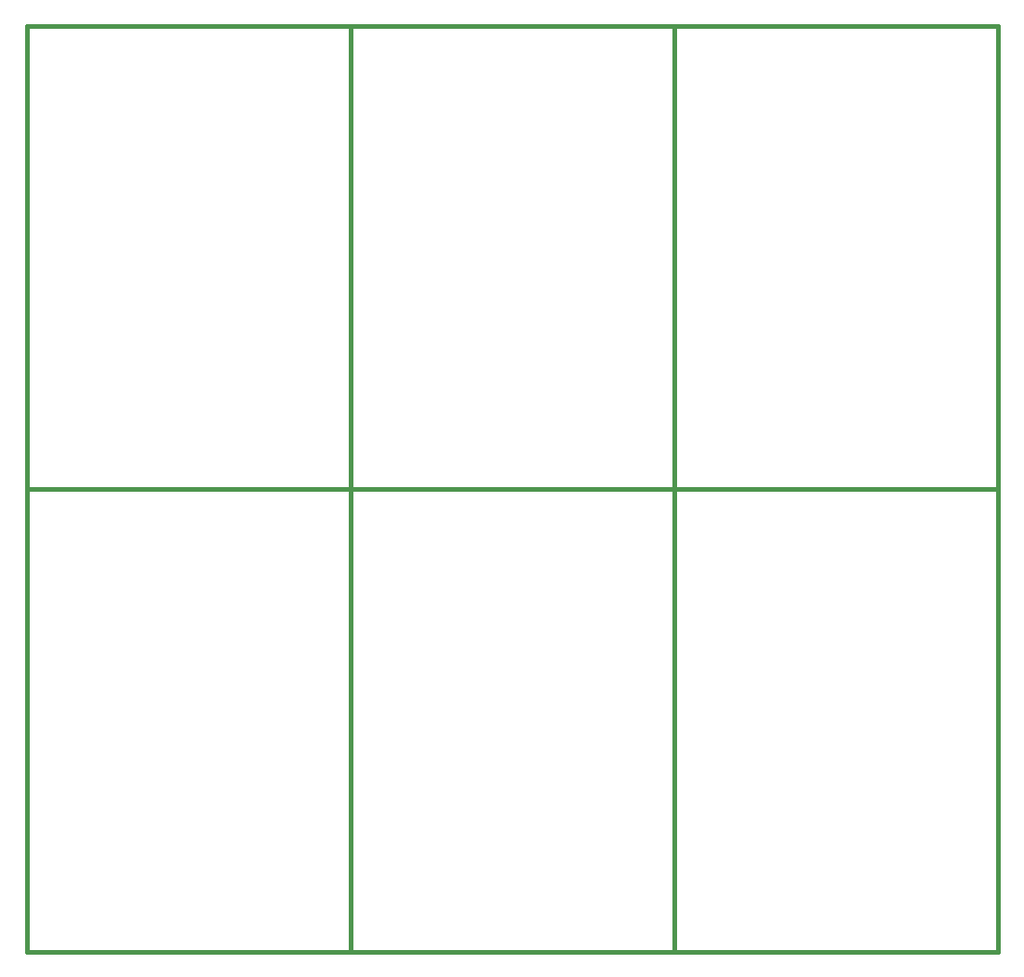
<source format=gbr>
G04 #@! TF.GenerationSoftware,KiCad,Pcbnew,5.0.0-rc2-dev-unknown-b813eac~63~ubuntu16.04.1*
G04 #@! TF.CreationDate,2018-04-08T16:52:17+02:00*
G04 #@! TF.ProjectId,f-6188multi,662D363138386D756C74692E6B696361,rev?*
G04 #@! TF.SameCoordinates,Original*
G04 #@! TF.FileFunction,Profile,NP*
%FSLAX46Y46*%
G04 Gerber Fmt 4.6, Leading zero omitted, Abs format (unit mm)*
G04 Created by KiCad (PCBNEW 5.0.0-rc2-dev-unknown-b813eac~63~ubuntu16.04.1) date Sun Apr  8 16:52:17 2018*
%MOMM*%
%LPD*%
G01*
G04 APERTURE LIST*
%ADD10C,0.400000*%
G04 APERTURE END LIST*
D10*
X201930000Y-143764000D02*
X201930000Y-101600000D01*
X201930000Y-101600000D02*
X172466000Y-101600000D01*
X172466000Y-101600000D02*
X172466000Y-143764000D01*
X172466000Y-143764000D02*
X201930000Y-143764000D01*
X172466000Y-143764000D02*
X172466000Y-101600000D01*
X172466000Y-101600000D02*
X143002000Y-101600000D01*
X143002000Y-101600000D02*
X143002000Y-143764000D01*
X143002000Y-143764000D02*
X172466000Y-143764000D01*
X143002000Y-143764000D02*
X143002000Y-101600000D01*
X143002000Y-101600000D02*
X113538000Y-101600000D01*
X113538000Y-101600000D02*
X113538000Y-143764000D01*
X113538000Y-143764000D02*
X143002000Y-143764000D01*
X201930000Y-101600000D02*
X201930000Y-59436000D01*
X201930000Y-59436000D02*
X172466000Y-59436000D01*
X172466000Y-59436000D02*
X172466000Y-101600000D01*
X172466000Y-101600000D02*
X201930000Y-101600000D01*
X172466000Y-101600000D02*
X172466000Y-59436000D01*
X172466000Y-59436000D02*
X143002000Y-59436000D01*
X143002000Y-59436000D02*
X143002000Y-101600000D01*
X143002000Y-101600000D02*
X172466000Y-101600000D01*
X113538000Y-101600000D02*
X143002000Y-101600000D01*
X113538000Y-59436000D02*
X113538000Y-101600000D01*
X143002000Y-59436000D02*
X113538000Y-59436000D01*
X143002000Y-101600000D02*
X143002000Y-59436000D01*
M02*

</source>
